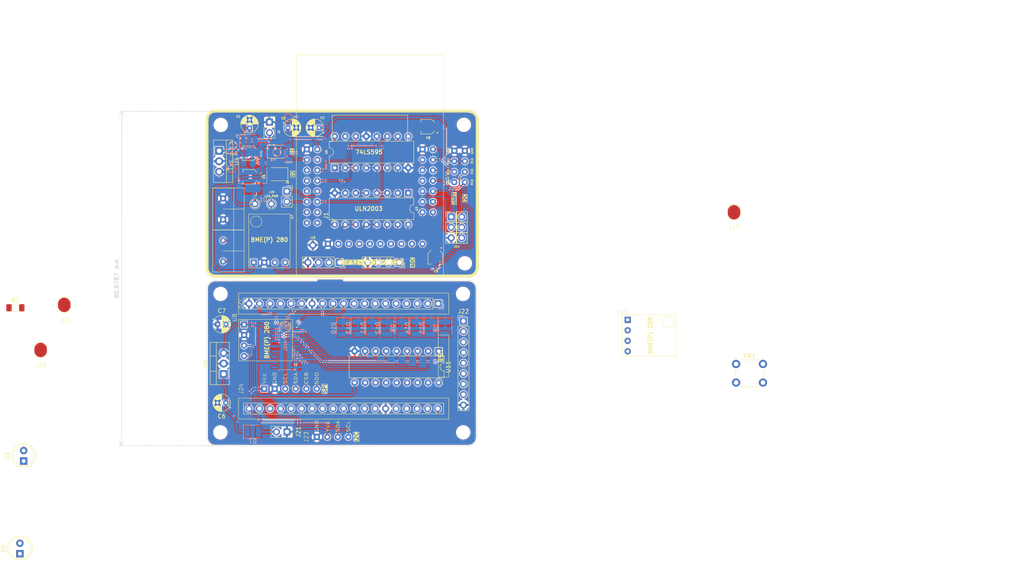
<source format=kicad_pcb>
(kicad_pcb (version 20240108) (generator "pcbnew") (generator_version "8.0")
  (layers (0 "F.Cu" signal) (31 "B.Cu" signal) (34 "B.Paste" user) (35 "F.Paste" user) (36 "B.SilkS" user "B.Silkscreen") (37 "F.SilkS" user "F.Silkscreen") (38 "B.Mask" user) (39 "F.Mask" user) (44 "Edge.Cuts" user))
  (net 0 "")
  (net 1 "GND")
  (net 2 "+3V3")
  (net 3 "+5V")
  (net 4 "/RXD")
  (net 5 "/TXD")
  (net 6 "/SDA")
  (net 7 "/GPIO_33")
  (net 8 "/SCL")
  (net 9 "/OUT3")
  (net 10 "/EN")
  (net 11 "/SOURCE2")
  (net 12 "/SOURCE1")
  (net 13 "/SOURCE3")
  (net 14 "/VDC")
  (net 15 "/DAC1")
  (net 16 "/DAC2")
  (net 17 "/GPIO39")
  (net 18 "/GPIO19")
  (net 19 "/GPIO17")
  (net 20 "/GPIO5")
  (net 21 "/GPIO18")
  (net 22 "/SD_DATA0")
  (net 23 "/ADC2_CH3")
  (net 24 "/SD_DATA3")
  (net 25 "/SD_CMD")
  (net 26 "/SD_CLK")
  (net 27 "/SD_DATA2")
  (net 28 "/SD_DATA1")
  (net 29 "/ADC2_CH0")
  (net 30 "/GPIO23")
  (net 31 "/GPIO36")
  (net 32 "/ADC2_CH2")
  (net 33 "/BOOT")
  (net 34 "/GPIO13")
  (net 35 "/SOURCE4")
  (net 36 "/SOURCE5")
  (net 37 "/SIPO_DATA")
  (net 38 "/SIPO_CLK")
  (net 40 "/SIPO_LATCH")
  (net 41 "/GPIO14")
  (net 43 "/I3")
  (net 44 "/I6")
  (net 45 "/I7")
  (net 46 "/I5")
  (net 47 "/OUT1")
  (net 48 "/VIN")
  (net 49 "/I1")
  (net 52 "Net-(D5-Pad1)")
  (net 53 "Net-(J15-Pin_1)")
  (net 54 "Net-(J19-Pin_1)")
  (net 55 "/OUT2")
  (net 67 "/RX")
  (net 72 "/TX")
  (net 83 "/SCL-2")
  (net 84 "/SDA-2")
  (net 85 "/SIPO_CLK-2")
  (net 87 "/SIPO_DATA-2")
  (net 88 "/SIPO_LATCH-2")
  (net 89 "/QB-2")
  (net 90 "/QC-2")
  (net 91 "/QE-2")
  (net 92 "/QA-2")
  (net 93 "/QD-2")
  (net 94 "/QG-2")
  (net 95 "/QH-2")
  (net 96 "/QF-2")
  (net 97 "/O8")
  (net 98 "/O3")
  (net 99 "/O5")
  (net 100 "/O7")
  (net 101 "/O1")
  (net 102 "/O4")
  (net 103 "/O2")
  (net 104 "/O6")
  (net 105 "/SPI-SDO")
  (net 106 "/SPI-CSB")
  (net 107 "/SPI-SCL")
  (net 108 "/SPI-SDA")
  (net 109 "/D23")
  (net 110 "/D18")
  (footprint "Capacitor_THT:CP_Radial_D4.0mm_P2.00mm" (layer "F.Cu") (at 107 44.2 180)
    (property "Reference" "C2")
    (property "Value" "1uF")
  )
  (footprint "LED_SMD:LED_1210_3225Metric_Pad1.42x2.65mm_HandSolder" (layer "F.Cu") (at 97 55.45 180)
    (property "Reference" "D2")
    (property "Value" "STATUS")
  )
  (footprint "Capacitor_SMD:CP_Elec_3x5.3" (layer "F.Cu") (at 90.3 50.35 180)
    (property "Reference" "C4")
    (property "Value" "0.1uF")
  )
  (footprint "Resistor_SMD:R_1206_3216Metric_Pad1.30x1.75mm_HandSolder" (layer "F.Cu") (at 33.612 87.7585)
    (property "Reference" "R7")
    (property "Value" "4K7")
  )
  (footprint "LED_THT:LED_D5.0mm" (layer "F.Cu") (at 34.7 147.25 90)
    (property "Reference" "D6")
    (property "Value" "LED_STATUS")
  )
  (footprint "Button_Switch_THT:SW_PUSH_6mm" (layer "F.Cu") (at 207.8 101.35)
    (property "Reference" "SW1")
    (property "Value" "SW_Push")
  )
  (footprint "Alexander Footprint Library:Pad_1x01_P2.54_SMD" (layer "F.Cu") (at 39.712 102.098)
    (property "Reference" "J19")
    (property "Value" "LED_PWR")
  )
  (footprint "Alexanddr Footprints Library:ESP32-WROOM-Adapter-Socket-2" (layer "F.Cu") (at 119.3 57.04)
    (property "Reference" "J1")
    (property "Value" "~")
  )
  (footprint "Alexander Footprint Library:Pad_1x01_P2.54_SMD" (layer "F.Cu") (at 45.412 91.198)
    (property "Reference" "J15")
    (property "Value" "LED_PWR")
  )
  (footprint "MountingHole:MountingHole_3mm" (layer "F.Cu") (at 142 43.5)
    (property "Reference" "H1" (hide yes))
    (property "Value" "MountingHole_Pad")
  )
  (footprint "Connector_PinSocket_2.54mm:PinSocket_1x02_P2.54mm_Vertical" (layer "F.Cu") (at 99.25 117.775 -90)
    (property "Reference" "J21")
    (property "Value" "PWR")
  )
  (footprint "MountingHole:MountingHole_3mm" (layer "F.Cu") (at 83.25 43.53)
    (property "Reference" "H2" (hide yes))
    (property "Value" "MountingHole_Pad")
  )
  (footprint "Package_DIP:DIP-16_W7.62mm" (layer "F.Cu") (at 128.58 60 -90)
    (property "Reference" "U3")
    (property "Value" "ULN2003")
  )
  (footprint "Alexander Footprints Library:Conn_Terminal_5mm" (layer "F.Cu") (at 83.82 53.69)
    (property "Reference" "J9" (hide yes))
    (property "Value" "Conn_01x02_Socket")
  )
  (footprint "Alexander Footprint Library:Pad_1x01_P2.54_SMD" (layer "F.Cu") (at 207.3 68.7895)
    (property "Reference" "J17")
    (property "Value" "GND")
  )
  (footprint "MountingHole:MountingHole_3mm" (layer "F.Cu") (at 141.85 117.9)
    (property "Reference" "H4" (hide yes))
    (property "Value" "MountingHole_Pad")
  )
  (footprint "Capacitor_THT:CP_Radial_D4.0mm_P2.00mm" (layer "F.Cu") (at 82.5 91.75)
    (property "Reference" "C7")
    (property "Value" "1uF")
  )
  (footprint "Capacitor_SMD:CP_Elec_3x5.3" (layer "F.Cu") (at 90.4 56.05 180)
    (property "Reference" "C9")
    (property "Value" "0.1uF")
  )
  (footprint "Package_DIP:DIP-16_W7.62mm" (layer "F.Cu") (at 110.8 53.9 90)
    (property "Reference" "U5")
    (property "Value" "74LS595")
  )
  (footprint "Alexander Footprint Library:PinSocket_1x01_P2.54" (layer "F.Cu") (at 91.5 65.19)
    (property "Reference" "J7")
    (property "Value" "LED_PWR")
  )
  (footprint "Connector_PinHeader_2.54mm:PinHeader_1x09_P2.54mm_Vertical" (layer "F.Cu") (at 141.9 90.97)
    (property "Reference" "J22")
    (property "Value" "Conn_01x09_Pin")
  )
  (footprint "Alexander Footprint Library:Conn_SPI" (layer "F.Cu") (at 88.68 107.35 90)
    (property "Reference" "J24")
    (property "Value" "~")
  )
  (footprint "Connector_PinSocket_2.54mm:PinSocket_1x02_P2.54mm_Vertical" (layer "F.Cu") (at 95.025 42.85)
    (property "Reference" "J2")
    (property "Value" "PWR")
  )
  (footprint "Connector_PinSocket_2.54mm:PinSocket_1x04_P2.54mm_Vertical" (layer "F.Cu") (at 111.94 76.8 -90)
    (property "Reference" "J6")
    (property "Value" "SOURCE")
  )
  (footprint "MountingHole:MountingHole_3mm" (layer "F.Cu") (at 83.15 117.9)
    (property "Reference" "H4" (hide yes))
    (property "Value" "MountingHole_Pad")
  )
  (footprint "Connector_PinSocket_2.54mm:PinSocket_1x04_P2.54mm_Vertical" (layer "F.Cu") (at 126.38 76.8 -90)
    (property "Reference" "J10" (hide yes))
    (property "Value" "ADC")
  )
  (footprint "Capacitor_SMD:CP_Elec_3x5.3" (layer "F.Cu") (at 135.1 75.45 -90)
    (property "Reference" "C5")
    (property "Value" "0.1uF")
  )
  (footprint "MountingHole:MountingHole_3mm" (layer "F.Cu") (at 141.8 84.4)
    (property "Reference" "H4" (hide yes))
    (property "Value" "MountingHole_Pad")
  )
  (footprint "Capacitor_THT:CP_Radial_D4.0mm_P2.00mm" (layer "F.Cu") (at 99.5 44.2)
    (property "Reference" "C3")
    (property "Value" "1uF")
  )
  (footprint "Alexander Footprint Library:Conn_ESP32_WROOM-DevKit-38pins" (layer "F.Cu") (at 87.54 86.75 -90)
    (property "Reference" "J20")
    (property "Value" "~")
  )
  (footprint "Capacitor_SMD:CP_Elec_3x5.3" (layer "F.Cu") (at 133.4 43.95 180)
    (property "Reference" "C8")
    (property "Value" "10uF")
  )
  (footprint "Alexander Footprint Library:LD1117" (layer "F.Cu") (at 83.945 103.79 90)
    (property "Reference" "U9")
    (property "Value" "L7805")
  )
  (footprint "Alexander Footprint Library:PinSocket_1x01_P2.54" (layer "F.Cu") (at 95.5 65.19)
    (property "Reference" "J18")
    (property "Value" "LED_PWR")
  )
  (footprint "Alexander Footprint Library:Conn_I2C" (layer "F.Cu") (at 98.84 119 90)
    (property "Reference" "J23")
    (property "Value" "I2C")
  )
  (footprint "Capacitor_THT:CP_Radial_D4.0mm_P2.00mm" (layer "F.Cu") (at 84.4726 110.75 180)
    (property "Reference" "C6")
    (property "Value" "1uF")
  )
  (footprint "Alexander Footprint Library:BME280_BMP280_I2C" (layer "F.Cu") (at 180.3 89.45)
    (property "Reference" "U10")
    (property "Value" "BME(P)280")
  )
  (footprint "MountingHole:MountingHole_3mm" (layer "F.Cu") (at 83.2 84.4)
    (property "Reference" "H4" (hide yes))
    (property "Value" "MountingHole_Pad")
  )
  (footprint "Connector_PinSocket_2.54mm:PinSocket_1x02_P2.54mm_Vertical" (layer "F.Cu") (at 99.225 59.55)
    (property "Reference" "J5")
    (property "Value" "DAC")
  )
  (footprint "Alexander Footprint Library:CONN_2x3" (layer "F.Cu") (at 138.96 60.68)
    (property "Reference" "J14")
    (property "Value" "GPIO")
  )
  (footprint "Alexander Footprints Library:Conn_UART" (layer "F.Cu") (at 139.7 42.15)
    (property "Reference" "J3" (hide yes))
    (property "Value" "UART")
  )
  (footprint "Alexander Footprint Library:PinSocket_1x01_P2.54" (layer "F.Cu") (at 105.5 75.19)
    (property "Reference" "J16")
    (property "Value" "GND")
  )
  (footprint "Capacitor_THT:CP_Radial_D4.0mm_P2.00mm" (layer "F.Cu") (at 90.2 44.3 90)
    (property "Reference" "C1")
    (property "Value" "1uF")
  )
  (footprint "Alexander Footprint Library:BME280_BMP280_I2C" (layer "F.Cu") (at 90 78.1 90)
    (property "Reference" "U7")
    (property "Value" "BME(P)280")
  )
  (footprint "Alexander Footprint Library:LD1117" (layer "F.Cu") (at 82.855 49.77 -90)
    (property "Reference" "U4")
    (property "Value" "L7805")
  )
  (footprint "Alexander Footprints Library:Conn_I2C" (layer "F.Cu") (at 142.24 42.15)
    (property "Reference" "J4" (hide yes))
    (property "Value" "I2C")
  )
  (footprint "LED_THT:LED_D5.0mm" (layer "F.Cu") (at 35.612 124.8335 90)
    (property "Reference" "D5")
    (property "Value" "LED_PWR")
  )
  (footprint "Alexander Footprint Library:BME280_BMP280_I2C" (layer "F.Cu") (at 87.6 90.59)
    (property "Reference" "U8")
    (property "Value" "BME(P)280")
  )
  (footprint "LED_SMD:LED_1210_3225Metric_Pad1.42x2.65mm_HandSolder" (layer "F.Cu") (at 97 50)
    (property "Reference" "D1")
    (property "Value" "PWR")
  )
  (footprint "MountingHole:MountingHole_3mm" (layer "F.Cu") (at 142.25 77)
    (property "Reference" "H4" (hide yes))
    (property "Value" "MountingHole_Pad")
  )
  (footprint "Package_DIP:DIP-18_W7.62mm" (layer "F.Cu") (at 135.92 98.25 -90)
    (property "Reference" "U11")
    (property "Value" "ULN2801A")
  )
  (footprint "Alexander Footprints Library:Conn_Terminal_5mm" (layer "F.Cu") (at 83.82 63.85)
    (property "Reference" "J8" (hide yes))
    (property "Value" "Conn_01x02_Socket")
  )
  (footprint "TestPoint:TestPoint_Pad_D1.5mm" (layer "B.Cu") (at 99.5 41.75 180)
    (property "Reference" "TP4")
    (property "Value" "5V")
  )
  (footprint "LED_SMD:LED_1210_3225Metric_Pad1.42x2.65mm_HandSolder" (layer "B.Cu") (at 127.1 92.65 -90)
    (property "Reference" "D9")
    (property "Value" "PWR")
  )
  (footprint "TestPoint:TestPoint_Pad_D1.5mm" (layer "B.Cu") (at 96.8 50.15 180)
    (property "Reference" "TP3")
    (property "Value" "3V3")
  )
  (footprint "LED_SMD:LED_1210_3225Metric_Pad1.42x2.65mm_HandSolder" (layer "B.Cu") (at 119.9 92.65 -90)
    (property "Reference" "D11")
    (property "Value" "PWR")
  )
  (footprint "Package_SO:SO-16_3.9x9.9mm_P1.27mm" (layer "B.Cu") (at 98.95 97.7 180)
    (property "Reference" "U26")
    (property "Value" "74LS595")
  )
  (footprint "Diode_SMD:D_1210_3225Metric" (layer "B.Cu") (at 91 117.75)
    (property "Reference" "D7")
    (property "Value" "D")
  )
  (footprint "LED_SMD:LED_1210_3225Metric_Pad1.42x2.65mm_HandSolder" (layer "B.Cu") (at 134.1 92.65 -90)
    (property "Reference" "D15")
    (property "Value" "PWR")
  )
  (footprint "Resistor_SMD:R_1206_3216Metric_Pad1.30x1.75mm_HandSolder" (layer "B.Cu") (at 99.7 50.25 -90)
    (property "Reference" "R1")
    (property "Value" "10K")
  )
  (footprint "Diode_SMD:D_1210_3225Metric" (layer "B.Cu") (at 90.1 47.4)
    (property "Reference" "D4")
    (property "Value" "D")
  )
  (footprint "LED_SMD:LED_1210_3225Metric_Pad1.42x2.65mm_HandSolder" (layer "B.Cu") (at 130.6 92.65 -90)
    (property "Reference" "D14")
    (property "Value" "PWR")
  )
  (footprint "TestPoint:TestPoint_Pad_D1.5mm" (layer "B.Cu") (at 86.2 48.45 180)
    (property "Reference" "TP1")
    (property "Value" "VIN")
  )
  (footprint "LED_SMD:LED_1210_3225Metric_Pad1.42x2.65mm_HandSolder" (layer "B.Cu") (at 123.5 92.65 -90)
    (property "Reference" "D12")
    (property "Value" "PWR")
  )
  (footprint "TestPoint:TestPoint_Pad_D1.5mm" (layer "B.Cu") (at 85.9 54.15 180)
    (property "Reference" "TP2")
    (property "Value" "GND")
  )
  (footprint "LED_SMD:LED_1210_3225Metric_Pad1.42x2.65mm_HandSolder" (layer "B.Cu") (at 116.4 92.65 -90)
    (property "Reference" "D13")
    (property "Value" "PWR")
  )
  (footprint "LED_SMD:LED_1210_3225Metric_Pad1.42x2.65mm_HandSolder" (layer "B.Cu") (at 112.8 92.65 -90)
    (property "Reference" "D10")
    (property "Value" "PWR")
  )
  (footprint "Package_TO_SOT_SMD:SOT-223-3_TabPin2" (layer "B.Cu") (at 91 55.75 -90)
    (property "Reference" "U1")
    (property "Value" "MAX1726EUK33")
  )
  (footprint "LED_SMD:LED_1210_3225Metric_Pad1.42x2.65mm_HandSolder" (layer "B.Cu") (at 137.5 92.65 -90)
    (property "Reference" "D8")
    (property "Value" "PWR")
  )
  (gr_line (start 145.25 42.11421) (end 145.25 78.085782) (stroke (width 0.75)) (layer "F.SilkS"))
  (gr_line (start 81.914218 40.164218) (end 143.08579 40.164218) (stroke (width 0.75)) (layer "F.SilkS"))
  (gr_arc (start 145.25 78.085782) (mid 144.66422 79.500007) (end 143.25 80.085782) (stroke (width 0.75)) (layer "F.SilkS"))
  (gr_line (start 79.914218 42.11421) (end 79.914218 78.085782) (stroke (width 0.75)) (layer "F.SilkS"))
  (gr_arc (start 81.914218 80.085782) (mid 80.499999 79.500001) (end 79.914218 78.085782) (stroke (width 0.75)) (layer "F.SilkS"))
  (gr_arc (start 143.25 40.25) (mid 144.664214 40.835786) (end 145.25 42.25) (stroke (width 0.75)) (layer "F.SilkS"))
  (gr_arc (start 79.914218 42.164218) (mid 80.499999 40.749999) (end 81.914218 40.164218) (stroke (width 0.75)) (layer "F.SilkS"))
  (gr_line (start 81.914214 80.085782) (end 143.085786 80.085782) (stroke (width 0.75)) (layer "F.SilkS"))
  (gr_line (start 82.014214 80.235786) (end 106.4 80.25) (stroke (width 0.1)) (layer "Edge.Cuts"))
  (gr_line (start 80 42.25) (end 80.014214 78.235786) (stroke (width 0.1)) (layer "Edge.Cuts"))
  (gr_arc (start 79.921321 83.157107) (mid 80.507106 81.742896) (end 81.921321 81.157107) (stroke (width 0.1)) (layer "Edge.Cuts"))
  (gr_line (start 81.921321 121.128679) (end 143.107107 121.142893) (stroke (width 0.1)) (layer "Edge.Cuts"))
  (gr_arc (start 81.921321 121.128679) (mid 80.507101 120.542899) (end 79.921321 119.128679) (stroke (width 0.1)) (layer "Edge.Cuts"))
  (gr_line (start 143.092893 81.157107) (end 113 81.15) (stroke (width 0.1)) (layer "Edge.Cuts"))
  (gr_arc (start 145.107107 119.142893) (mid 144.521321 120.557107) (end 143.107107 121.142893) (stroke (width 0.1)) (layer "Edge.Cuts"))
  (gr_line (start 106.4 81.15) (end 81.921321 81.157107) (stroke (width 0.1)) (layer "Edge.Cuts"))
  (gr_arc (start 143.185786 40.264214) (mid 144.600004 40.849996) (end 145.185786 42.264214) (stroke (width 0.1)) (layer "Edge.Cuts"))
  (gr_line (start 113 80.25) (end 143.185786 80.235786) (stroke (width 0.1)) (layer "Edge.Cuts"))
  (gr_arc (start 82.014214 80.235786) (mid 80.599996 79.650004) (end 80.014214 78.235786) (stroke (width 0.1)) (layer "Edge.Cuts"))
  (gr_line (start 145.185786 42.264214) (end 145.185786 78.235786) (stroke (width 0.1)) (layer "Edge.Cuts"))
  (gr_arc (start 80 42.25) (mid 80.585786 40.835786) (end 82 40.25) (stroke (width 0.1)) (layer "Edge.Cuts"))
  (gr_line (start 145.107107 119.142893) (end 145.092893 83.157107) (stroke (width 0.1)) (layer "Edge.Cuts"))
  (gr_line (start 79.921321 119.128679) (end 79.921321 83.157107) (stroke (width 0.1)) (layer "Edge.Cuts"))
  (gr_line (start 106.4 81.15) (end 106.4 80.25) (stroke (width 0.1)) (layer "Edge.Cuts"))
  (gr_arc (start 145.185786 78.235786) (mid 144.600004 79.650004) (end 143.185786 80.235786) (stroke (width 0.1)) (layer "Edge.Cuts"))
  (gr_arc (start 143.092893 81.157107) (mid 144.507112 81.742888) (end 145.092893 83.157107) (stroke (width 0.1)) (layer "Edge.Cuts"))
  (gr_line (start 113 81.15) (end 113 80.25) (stroke (width 0.1)) (layer "Edge.Cuts"))
  (gr_line (start 143.185786 40.264214) (end 82 40.25) (stroke (width 0.1)) (layer "Edge.Cuts"))
  (gr_text "ADC" (at 130.1 78.05 90) (layer "F.SilkS" knockout) (effects (font (size 0.8 0.8) (thickness 0.2) (bold yes)) (justify left bottom)))
  (gr_text "74LS595" (at 119.057143 50.1 0) (layer "F.SilkS") (effects (font (size 1 1) (thickness 0.2) (bold yes))))
  (gr_text "ULN2003" (at 115.5 64.374 0) (layer "F.SilkS") (effects (font (size 1 1) (thickness 0.2) (bold yes)) (justify left bottom)))
  (dimension (type aligned) (layer "Edge.Cuts") (pts (xy 81.921321 121.128679) (xy 82 40.25)) (height -22.6907) (gr_text "80.8787 mm" (at 58.119973 80.666146 89.94426182) (layer "Edge.Cuts") (effects (font (size 1 1) (thickness 0.15)))) (format (prefix "") (suffix "") (units 3) (units_format 1) (precision 4)) (style (thickness 0.1) (arrow_length 1.27) (text_position_mode 0) (extension_height 0.58642) (extension_offset 0.5) keep_text_aligned))
  (segment (start 84.21 66) (end 83.82 66.39) (width 0.5) (layer "F.Cu") (net 1))
  (segment (start 91.5 59.65) (end 91.9 59.25) (width 0.5) (layer "F.Cu") (net 2))
  (segment (start 90.08 108.57) (end 90.08 112.15) (width 0.5) (layer "F.Cu") (net 2))
  (segment (start 139.7 52.31) (end 138.56 52.31) (width 0.25) (layer "F.Cu") (net 2))
  (segment (start 91.3 107.35) (end 90.08 108.57) (width 0.5) (layer "F.Cu") (net 2))
  (segment (start 91.9 59.25) (end 91.9 56.05) (width 0.5) (layer "F.Cu") (net 2))
  (segment (start 137.2 43.95) (end 134.9 43.95) (width 0.25) (layer "F.Cu") (net 2))
  (segment (start 138.56 52.31) (end 137.6 51.35) (width 0.25) (layer "F.Cu") (net 2))
  (segment (start 93.76 107.35) (end 91.3 107.35) (width 0.5) (layer "F.Cu") (net 2))
  (segment (start 91.5 62.62) (end 91.5 59.65) (width 0.5) (layer "F.Cu") (net 2))
  (segment (start 137.6 51.35) (end 137.6 44.35) (width 0.25) (layer "F.Cu") (net 2))
  (segment (start 137.6 44.35) (end 137.2 43.95) (width 0.25) (layer "F.Cu") (net 2))
  (segment (start 96.075 48.7) (end 97.525 48.7) (width 0.5) (layer "B.Cu") (net 2))
  (segment (start 109.408578 44.2) (end 107 44.2) (width 0.5) (layer "B.Cu") (net 2))
  (segment (start 93.21 115.25) (end 101 115.25) (width 0.5) (layer "B.Cu") (net 2))
  (segment (start 81.3 75.997918) (end 81.3 59.75104) (width 0.5) (layer "B.Cu") (net 2))
  (segment (start 93.3 54.905025) (end 93.3 52.6) (width 0.5) (layer "B.Cu") (net 2))
  (segment (start 100 48.7) (end 100 48.03033) (width 0.5) (layer "B.Cu") (net 2))
  (segment (start 139.13 52.31) (end 139.7 52.31) (width 0.5) (layer "B.Cu") (net 2))
  (segment (start 138.156949 51.906949) (end 138.03 51.78) (width 0.5) (layer "B.Cu") (net 2))
  (segment (start 109 117.5) (end 109 119) (width 0.5) (layer "B.Cu") (net 2))
  (segment (start 106.6 48.627817) (end 106.6 49.299791) (width 0.5) (layer "B.Cu") (net 2))
  (segment (start 84.202081 78.9) (end 89.990883 78.9) (width 0.5) (layer "B.Cu") (net 2))
  (segment (start 109.75 45) (end 109.75 44.141421) (width 0.5) (layer "B.Cu") (net 2))
  (segment (start 109.75 43.858578) (end 109.75 44.141421) (width 0.5) (layer "B.Cu") (net 2))
  (segment (start 104.722182 46.75) (end 106.277817 46.75) (width 0.5) (layer "B.Cu") (net 2))
  (segment (start 139.7 52.31) (end 142.24 52.31) (width 0.5) (layer "B.Cu") (net 2))
  (segment (start 137.5 50.500466) (end 137.5 43.883883) (width 0.5) (layer "B.Cu") (net 2))
  (segment (start 88.207106 62.75) (end 91.5 62.75) (width 0.5) (layer "B.Cu") (net 2))
  (segment (start 86.5 61.042893) (end 86.5 57.5) (width 0.5) (layer "B.Cu") (net 2))
  (segment (start 106.277817 46.75) (end 108 46.75) (width 0.5) (layer "B.Cu") (net 2))
  (segment (start 101 115.25) (end 102.5 116.75) (width 0.5) (layer "B.Cu") (net 2))
  (segment (start 91.22 77.670883) (end 91.22 76.8) (width 0.5) (layer "B.Cu") (net 2))
  (segment (start 89.455634 56.1) (end 92.105025 56.1) (width 0.5) (layer "B.Cu") (net 2))
  (segment (start 96.075 48.7) (end 95.177817 48.7) (width 0.5) (layer "B.Cu") (net 2))
  (segment (start 90.11 112.15) (end 93.21 115.25) (width 0.5) (layer "B.Cu") (net 2))
  (segment (start 108.25 116.75) (end 109 117.5) (width 0.5) (layer "B.Cu") (net 2))
  (segment (start 104.722182 46.75) (end 101.28033 46.75) (width 0.5) (layer "B.Cu") (net 2))
  (segment (start 108 46.75) (end 109.75 45) (width 0.5) (layer "B.Cu") (net 2))
  (segment (start 96.8 49.425) (end 96.8 50.15) (width 0.25) (layer "B.Cu") (net 2))
  (segment (start 109.75 43.625) (end 109.75 43.858578) (width 0.5) (layer "B.Cu") (net 2))
  (segment (start 110.015165 42.984834) (end 110.5 42.5) (width 0.5) (layer "B.Cu") (net 2))
  (segment (start 93.3 52.6) (end 93.3 50.577817) (width 0.5) (layer "B.Cu") (net 2))
  (segment (start 82.75104 58.3) (end 84.144365 58.3) (width 0.5) (layer "B.Cu") (net 2))
  (segment (start 106.685 49.335) (end 106.77 49.25) (width 0.5) (layer "B.Cu") (net 2))
  (segment (start 102.5 116.75) (end 108.25 116.75) (width 0.5) (layer "B.Cu") (net 2))
  (segment (start 112.31066 41.75) (end 135.366116 41.75) (width 0.5) (layer "B.Cu") (net 2))
  (segment (start 100 48.7) (end 97.525 48.7) (width 0.5) (layer "B.Cu") (net 2))
  (arc (start 136.875 42.375) (mid 137.337567 43.067281) (end 137.5 43.883883) (width 0.5) (layer "B.Cu") (net 2))
  (arc (start 137.5 50.500466) (mid 137.637742 51.192944) (end 138.03 51.78) (width 0.5) (layer "B.Cu") (net 2))
  (arc (start 93.3 54.905025) (mid 93.209037 55.362322) (end 92.95 55.75) (width 0.5) (layer "B.Cu") (net 2))
  (arc (start 86.8 57.2) (mid 85.581584 58.014119) (end 84.144365 58.3) (width 0.5) (layer "B.Cu") (net 2))
  (arc (start 106.6 49.299791) (mid 106.630737 49.345793) (end 106.685 49.335) (width 0.5) (layer "B.Cu") (net 2))
  (arc (start 89.455634 56.1) (mid 88.018415 56.38588) (end 86.8 57.2) (width 0.5) (layer "B.Cu") (net 2))
  (arc (start 86.5 61.042893) (mid 86.629945 61.696174) (end 87 62.25) (width 0.5) (layer "B.Cu") (net 2))
  (arc (start 82.75104 58.3) (mid 82.195751 58.410453) (end 81.725 58.725) (width 0.5) (layer "B.Cu") (net 2))
  (arc (start 92.95 55.75) (mid 92.562322 56.009037) (end 92.105025 56.1) (width 0.5) (layer "B.Cu") (net 2))
  (arc (start 95.177817 48.7) (mid 94.459207 48.84294) (end 93.85 49.25) (width 0.5) (layer "B.Cu") (net 2))
  (arc (start 96.8 49.425) (mid 96.587652 48.912347) (end 96.075 48.7) (width 0.25) (layer "B.Cu") (net 2))
  (arc (start 82.15 78.05) (mid 83.091502 78.679092) (end 84.202081 78.9) (width 0.5) (layer "B.Cu") (net 2))
  (arc (start 110.015165 42.984834) (mid 109.818914 43.278544) (end 109.75 43.625) (width 0.5) (layer "B.Cu") (net 2))
  (arc (start 109.75 44.141421) (mid 109.713838 44.087301) (end 109.65 44.1) (width 0.5) (layer "B.Cu") (net 2))
  (arc (start 136.875 42.375) (mid 136.182718 41.912432) (end 135.366116 41.75) (width 0.5) (layer "B.Cu") (net 2))
  (arc (start 93.85 49.25) (mid 93.44294 49.859207) (end 93.3 50.577817) (width 0.5) (layer "B.Cu") (net 2))
  (arc (start 90.86 78.54) (mid 90.461245 78.806439) (end 89.990883 78.9) (width 0.5) (layer "B.Cu") (net 2))
  (arc (start 109.65 44.1) (mid 109.539234 44.17401) (end 109.408578 44.2) (width 0.5) (layer "B.Cu") (net 2))
  (arc (start 87 62.25) (mid 87.553825 62.620054) (end 88.207106 62.75) (width 0.5) (layer "B.Cu") (net 2))
  (arc (start 81.725 58.725) (mid 81.410453 59.195751) (end 81.3 59.75104) (width 0.5) (layer "B.Cu") (net 2))
  (arc (start 106.05 47.3) (mid 105.440792 46.89294) (end 104.722182 46.75) (width 0.5) (layer "B.Cu") (net 2))
  (arc (start 138.156949 51.906949) (mid 138.603388 52.20525) (end 139.13 52.31) (width 0.5) (layer "B.Cu") (net 2))
  (arc (start 101.28033 46.75) (mid 100.790368 46.847459) (end 100.375 47.125) (width 0.5) (layer "B.Cu") (net 2))
  (arc (start 106.05 47.3) (mid 106.457059 47.909207) (end 106.6 48.627817) (width 0.5) (layer "B.Cu") (net 2))
  (arc (start 106.277817 46.75) (mid 105.980159 46.948888) (end 106.05 47.3) (width 0.5) (layer "B.Cu") (net 2))
  (arc (start 91.22 77.670883) (mid 91.126439 78.141245) (end 90.86 78.54) (width 0.5) (layer "B.Cu") (net 2))
  (arc (start 109.65 44.1) (mid 109.72401 43.989234) (end 109.75 43.858578) (width 0.5) (layer "B.Cu") (net 2))
  (arc (start 112.31066 41.75) (mid 111.330737 41.944918) (end 110.5 42.5) (width 0.5) (layer "B.Cu") (net 2))
  (arc (start 100.375 47.125) (mid 100.097459 47.540368) (end 100 48.03033) (width 0.5) (layer "B.Cu") (net 2))
  (arc (start 81.3 75.997918) (mid 81.520907 77.108496) (end 82.15 78.05) (width 0.5) (layer "B.Cu") (net 2))
  (segment (start 99.5 45.693413) (end 99.5 44.2) (width 0.5) (layer "F.Cu") (net 3))
  (segment (start 87.75 115.25) (end 135.25 115.25) (width 0.5) (layer "F.Cu") (net 3))
  (segment (start 98.6375 46.9625) (end 99.2125 46.3875) (width 0.5) (layer "F.Cu") (net 3))
  (segment (start 83.945 98.71) (end 86.21 98.71) (width 0.5) (layer "F.Cu") (net 3))
  (segment (start 86.75 99.25) (end 86.75 100) (width 0.5) (layer "F.Cu") (net 3))
  (segment (start 126.04 46.28) (end 126.04 48.251906) (width 0.5) (layer "F.Cu") (net 3))
  (segment (start 108.3 49.803553) (end 108.3 65.537329) (width 0.5) (layer "F.Cu") (net 3))
  (segment (start 108.3 49.803553) (end 108.3 49.096446) (width 0.5) (layer "F.Cu") (net 3))
  (segment (start 135.81 114.69) (end 135.81 112.15) (width 0.5) (layer "F.Cu") (net 3))
  (segment (start 110.8 46.28) (end 110.8 48.15) (width 0.5) (layer "F.Cu") (net 3))
  (segment (start 86.75 114.25) (end 87.75 115.25) (width 0.5) (layer "F.Cu") (net 3))
  (segment (start 86.75 100) (end 86.75 114.25) (width 0.5) (layer "F.Cu") (net 3))
  (segment (start 110.8 48.15) (end 110 48.95) (width 0.5) (layer "F.Cu") (net 3))
  (segment (start 88.1 47.25) (end 97.943413 47.25) (width 0.5) (layer "F.Cu") (net 3))
  (segment (start 84.9 54.85) (end 85.4 54.35) (width 0.5) (layer "F.Cu") (net 3))
  (segment (start 126.04 48.251906) (end 125.341906 48.95) (width 0.5) (layer "F.Cu") (net 3))
  (segment (start 85.4 54.35) (end 85.4 49.95) (width 0.5) (layer "F.Cu") (net 3))
  (segment (start 107.608621 46.675) (end 99.331586 46.675) (width 0.5) (layer "F.Cu") (net 3))
  (segment (start 110 48.95) (end 109.153553 48.95) (width 0.5) (layer "F.Cu") (net 3))
  (segment (start 86.21 98.71) (end 86.75 99.25) (width 0.5) (layer "F.Cu") (net 3))
  (segment (start 108.3 49.096446) (end 108.3 47.366378) (width 0.5) (layer "F.Cu") (net 3))
  (segment (start 109.104574 67.204574) (end 108.91 67.01) (width 0.5) (layer "F.Cu") (net 3))
  (segment (start 110.8 46.355) (end 110.725 46.28) (width 0.5) (layer "F.Cu") (net 3))
  (segment (start 135.25 115.25) (end 135.81 114.69) (width 0.5) (layer "F.Cu") (net 3))
  (segment (start 110.1075 67.62) (end 110.695 67.62) (width 0.5) (layer "F.Cu") (net 3))
  (segment (start 82.855 54.85) (end 84.9 54.85) (width 0.5) (layer "F.Cu") (net 3))
  (segment (start 85.4 49.95) (end 88.1 47.25) (width 0.5) (layer "F.Cu") (net 3))
  (segment (start 125.341906 48.95) (end 110 48.95) (width 0.5) (layer "F.Cu") (net 3))
  (arc (start 108.0975 46.8775) (mid 108.247371 47.101799) (end 108.3 47.366378) (width 0.5) (layer "F.Cu") (net 3))
  (arc (start 108.3 65.537329) (mid 108.458533 66.334332) (end 108.91 67.01) (width 0.5) (layer "F.Cu") (net 3))
  (arc (start 97.943413 47.25) (mid 98.31905 47.175281) (end 98.6375 46.9625) (width 0.5) (layer "F.Cu") (net 3))
  (arc (start 99.2125 46.3875) (mid 99.175992 46.571035) (end 99.331586 46.675) (width 0.5) (layer "F.Cu") (net 3))
  (arc (start 108.0975 46.8775) (mid 107.8732 46.727628) (end 107.608621 46.675) (width 0.5) (layer "F.Cu") (net 3))
  (arc (start 109.104574 67.204574) (mid 109.56472 67.512034) (end 110.1075 67.62) (width 0.5) (layer "F.Cu") (net 3))
  (arc (start 108.55 49.2) (mid 108.364972 49.476912) (end 108.3 49.803553) (width 0.5) (layer "F.Cu") (net 3))
  (arc (start 108.3 49.096446) (mid 108.390403 49.231745) (end 108.55 49.2) (width 0.5) (layer "F.Cu") (net 3))
  (arc (start 99.331586 46.675) (mid 98.955949 46.749718) (end 98.6375 46.9625) (width 0.5) (layer "F.Cu") (net 3))
  (arc (start 109.153553 48.95) (mid 108.826912 49.014972) (end 108.55 49.2) (width 0.5) (layer "F.Cu") (net 3))
  (arc (start 99.5 45.693413) (mid 99.425281 46.06905) (end 99.2125 46.3875) (width 0.5) (layer "F.Cu") (net 3))
  (segment (start 83.945 97.305) (end 84.5 96.75) (width 0.5) (layer "B.Cu") (net 3))
  (segment (start 84.5 94.05) (end 84.5 91.75) (width 0.5) (layer "B.Cu") (net 3))
  (segment (start 88.9 91.81) (end 86.74 91.81) (width 0.5) (layer "B.Cu") (net 3))
  (segment (start 115.6 108.15) (end 115.6 105.87) (width 0.5) (layer "B.Cu") (net 3))
  (segment (start 83.945 98.71) (end 83.945 97.305) (width 0.5) (layer "B.Cu") (net 3))
  (segment (start 92 108.15) (end 92.8 108.95) (width 0.5) (layer "B.Cu") (net 3))
  (segment (start 96.375 100.875) (end 92.575 100.875) (width 0.5) (layer "B.Cu") (net 3))
  (segment (start 92.96 91.81) (end 91.25 91.81) (width 0.5) (layer "B.Cu") (net 3))
  (segment (start 86.74 91.81) (end 84.5 94.05) (width 0.5) (layer "B.Cu") (net 3))
  (segment (start 92 92.56) (end 91.25 91.81) (width 0.5) (layer "B.Cu") (net 3))
  (segment (start 92.8 108.95) (end 114.8 108.95) (width 0.5) (layer "B.Cu") (net 3))
  (segment (start 94.405 93.255) (end 92.96 91.81) (width 0.5) (layer "B.Cu") (net 3))
  (segment (start 92 100.3) (end 92 108.15) (width 0.5) (layer "B.Cu") (net 3))
  (segment (start 91.25 91.81) (end 88.9 91.81) (width 0.5) (layer "B.Cu") (net 3))
  (segment (start 92 100.3) (end 92 92.56) (width 0.5) (layer "B.Cu") (net 3))
  (segment (start 84.5 96.75) (end 84.5 94.05) (width 0.5) (layer "B.Cu") (net 3))
  (segment (start 114.8 108.95) (end 115.6 108.15) (width 0.5) (layer "B.Cu") (net 3))
  (segment (start 92.575 100.875) (end 92 100.3) (width 0.5) (layer "B.Cu") (net 3))
  (segment (start 99.5 42.25) (end 99.5 44.2) (width 0.25) (layer "B.Cu") (net 3))
  (segment (start 96.375 93.255) (end 94.405 93.255) (width 0.5) (layer "B.Cu") (net 3))
  (segment (start 139.7 57.35) (end 139.7 57.39) (width 0.25) (layer "F.Cu") (net 4))
  (segment (start 133.25 53.25) (end 135.6 53.25) (width 0.25) (layer "F.Cu") (net 4))
  (segment (start 135.6 53.25) (end 139.7 57.35) (width 0.25) (layer "F.Cu") (net 4))
  (segment (start 132 54.5) (end 133.25 53.25) (width 0.25) (layer "F.Cu") (net 4))
  (segment (start 140.3 57.45) (end 139.3 57.45) (width 0.25) (layer "F.Cu") (net 4))
  (segment (start 136.61 51.96) (end 134.54 51.96) (width 0.25) (layer "F.Cu") (net 5))
  (segment (start 134.74 51.79) (end 134.62 51.91) (width 0.25) (layer "F.Cu") (net 5))
  (segment (start 139.5 54.85) (end 136.61 51.96) (width 0.25) (layer "F.Cu") (net 5))
  (segment (start 139.7 54.85) (end 139.5 54.85) (width 0.25) (layer "F.Cu") (net 5))
  (segment (start 138.59 58.55) (end 140.4 58.55) (width 0.25) (layer "F.Cu") (net 6))
  (segment (start 136.213604 54.5) (end 138 56.286396) (width 0.25) (layer "F.Cu") (net 6))
  (segment (start 138 57.96) (end 138.59 58.55) (width 0.25) (layer "F.Cu") (net 6))
  (segment (start 140.9 56.19) (end 142.24 54.85) (width 0.25) (layer "F.Cu") (net 6))
  (segment (start 140.9 58.05) (end 140.9 56.19) (width 0.25) (layer "F.Cu") (net 6))
  (segment (start 134.54 54.5) (end 136.213604 54.5) (width 0.25) (layer "F.Cu") (net 6))
  (segment (start 138 56.286396) (end 138 57.96) (width 0.25) (layer "F.Cu") (net 6))
  (segment (start 142.24 54.85) (end 142.24 55.51) (width 0.25) (layer "F.Cu") (net 6))
  (segment (start 140.4 58.55) (end 140.9 58.05) (width 0.25) (layer "F.Cu") (net 6))
  (segment (start 141.79 58.74) (end 141 57.95) (width 0.25) (layer "B.Cu") (net 6))
  (segment (start 140.418198 72.781802) (end 143.281802 72.781802) (width 0.25) (layer "B.Cu") (net 6))
  (segment (start 98.84 76.8) (end 98.84 78.09) (width 0.25) (layer "B.Cu") (net 6))
  (segment (start 143.55 64.45) (end 141.79 62.69) (width 0.25) (layer "B.Cu") (net 6))
  (segment (start 134.55 78.65) (end 140.418198 72.781802) (width 0.25) (layer "B.Cu") (net 6))
  (segment (start 141.79 62.69) (end 141.79 58.74) (width 0.25) (layer "B.Cu") (net 6))
  (segment (start 141 56.09) (end 142.24 54.85) (width 0.25) (layer "B.Cu") (net 6))
  (segment (start 98.84 78.09) (end 99.4 78.65) (width 0.25) (layer "B.Cu") (net 6))
  (segment (start 99.4 78.65) (end 134.55 78.65) (width 0.25) (layer "B.Cu") (net 6))
  (segment (start 143.281802 72.781802) (end 143.55 72.513604) (width 0.25) (layer "B.Cu") (net 6))
  (segment (start 143.55 72.513604) (end 143.55 64.45) (width 0.25) (layer "B.Cu") (net 6))
  (segment (start 141 57.95) (end 141 56.09) (width 0.25) (layer "B.Cu") (net 6))
  (segment (start 103.97 59.53) (end 104.14 59.53) (width 0.25) (layer "F.Cu") (net 7))
  (segment (start 137.55 58.146396) (end 138.403604 59) (width 0.25) (layer "F.Cu") (net 8))
  (segment (start 131.5 55.75) (end 136.75 55.75) (width 0.25) (layer "F.Cu") (net 8))
  (segment (start 140.63 59) (end 142.24 57.39) (width 0.25) (layer "F.Cu") (net 8))
  (segment (start 136.75 55.75) (end 137.55 56.55) (width 0.25) (layer "F.Cu") (net 8))
  (segment (start 137.55 56.55) (end 137.55 58.146396) (width 0.25) (layer "F.Cu") (net 8))
  (segment (start 130.745 54.995) (end 131.5 55.75) (width 0.25) (layer "F.Cu") (net 8))
  (segment (start 130.745 53.245) (end 130.745 54.995) (width 0.25) (layer "F.Cu") (net 8))
  (segment (start 132.08 51.91) (end 130.745 53.245) (width 0.25) (layer "F.Cu") (net 8))
  (segment (start 138.403604 59) (end 140.63 59) (width 0.25) (layer "F.Cu") (net 8))
  (segment (start 143.4 73.3) (end 144 72.7) (width 0.25) (layer "B.Cu") (net 8))
  (segment (start 96.95 79.1) (end 134.8 79.1) (width 0.25) (layer "B.Cu") (net 8))
  (segment (start 96.3 76.8) (end 96.3 78.45) (width 0.25) (layer "B.Cu") (net 8))
  (segment (start 144 72.7) (end 144 64.263604) (width 0.25) (layer "B.Cu") (net 8))
  (segment (start 142.24 62.503604) (end 142.24 57.39) (width 0.25) (layer "B.Cu") (net 8))
  (segment (start 96.3 78.45) (end 96.95 79.1) (width 0.25) (layer "B.Cu") (net 8))
  (segment (start 134.8 79.1) (end 140.6 73.3) (width 0.25) (layer "B.Cu") (net 8))
  (segment (start 144 64.263604) (end 142.24 62.503604) (width 0.25) (layer "B.Cu") (net 8))
  (segment (start 140.6 73.3) (end 143.4 73.3) (width 0.25) (layer "B.Cu") (net 8))
  (segment (start 103.27 52.75) (end 104.06 51.96) (width 0.25) (layer "F.Cu") (net 10))
  (segment (start 91.8 52.25) (end 92.3 52.75) (width 0.25) (layer "F.Cu") (net 10))
  (segment (start 92.3 52.75) (end 103.27 52.75) (width 0.25) (layer "F.Cu") (net 10))
  (segment (start 103.72 52.3) (end 104.06 51.96) (width 0.25) (layer "F.Cu") (net 10))
  (segment (start 91.8 50.35) (end 91.8 52.25) (width 0.25) (layer "F.Cu") (net 10))
  (segment (start 100 51.8) (end 103.9 51.8) (width 0.25) (layer "B.Cu") (net 10))
  (segment (start 103.9 51.8) (end 104.06 51.96) (width 0.25) (layer "B.Cu") (net 10))
  (segment (start 113.235 67.62) (end 115.775 67.62) (width 0.5) (layer "F.Cu") (net 11))
  (segment (start 99 73.1) (end 102.7 69.4) (width 0.5) (layer "F.Cu") (net 11))
  (segment (start 86.37 71.47) (end 88 73.1) (width 0.5) (layer "F.Cu") (net 11))
  (segment (start 102.7 69.4) (end 111.455 69.4) (width 0.5) (layer "F.Cu") (net 11))
  (segment (start 88 73.1) (end 99 73.1) (width 0.5) (layer "F.Cu") (net 11))
  (segment (start 83.82 71.47) (end 86.37 71.47) (width 0.5) (layer "F.Cu") (net 11))
  (segment (start 111.455 69.4) (end 113.235 67.62) (width 0.5) (layer "F.Cu") (net 11))
  (segment (start 86.275 76.55) (end 88.075 74.75) (width 0.5) (layer "F.Cu") (net 12))
  (segment (start 104.4 70.1) (end 115.835 70.1) (width 0.5) (layer "F.Cu") (net 12))
  (segment (start 99.75 74.75) (end 104.4 70.1) (width 0.5) (layer "F.Cu") (net 12))
  (segment (start 118.315 67.62) (end 120.855 67.62) (width 0.5) (layer "F.Cu") (net 12))
  (segment (start 83.82 76.55) (end 86.275 76.55) (width 0.5) (layer "F.Cu") (net 12))
  (segment (start 115.835 70.1) (end 118.315 67.62) (width 0.5) (layer "F.Cu") (net 12))
  (segment (start 88.075 74.75) (end 99.75 74.75) (width 0.5) (layer "F.Cu") (net 12))
  (segment (start 128.475 67.62) (end 128.475 68.825) (width 0.25) (layer "F.Cu") (net 13))
  (segment (start 125.7 72.8) (end 124.55 73.95) (width 0.25) (layer "F.Cu") (net 13))
  (segment (start 111.94 75.26) (end 111.94 76.8) (width 0.25) (layer "F.Cu") (net 13))
  (segment (start 124.55 73.95) (end 118.622792 73.95) (width 0.25) (layer "F.Cu") (net 13))
  (segment (start 128.475 68.825) (end 125.7 71.6) (width 0.25) (layer "F.Cu") (net 13))
  (segment (start 125.7 71.6) (end 125.7 72.8) (width 0.25) (layer "F.Cu") (net 13))
  (segment (start 117.872792 74.7) (end 112.5 74.7) (width 0.25) (layer "F.Cu") (net 13))
  (segment (start 112.5 74.7) (end 111.94 75.26) (width 0.25) (layer "F.Cu") (net 13))
  (segment (start 118.622792 73.95) (end 117.872792 74.7) (width 0.25) (layer "F.Cu") (net 13))
  (segment (start 96.71 117.775) (end 92.425 117.775) (width 0.5) (layer "B.Cu") (net 14))
  (segment (start 92.425 117.775) (end 92.4 117.75) (width 0.5) (layer "B.Cu") (net 14))
  (segment (start 95.025 46.674479) (end 95.025 45.39) (width 0.5) (layer "B.Cu") (net 14))
  (segment (start 94.299479 47.4) (end 91.5 47.4) (width 0.5) (layer "B.Cu") (net 14))
  (arc (start 95.025 46.674479) (mid 94.969773 46.952124) (end 94.8125 47.1875) (width 0.5) (layer "B.Cu") (net 14))
  (arc (start 94.8125 47.1875) (mid 94.577124 47.344773) (end 94.299479 47.4) (width 0.5) (layer "B.Cu") (net 14))
  (segment (start 105.38 60.8) (end 106.6 59.58) (width 0.25) (layer "B.Cu") (net 15))
  (segment (start 99.225 59.55) (end 101.8 59.55) (width 0.25) (layer "B.Cu") (net 15))
  (segment (start 103.05 60.8) (end 105.38 60.8) (width 0.25) (layer "B.Cu") (net 15))
  (segment (start 101.8 59.55) (end 103.05 60.8) (width 0.25) (layer "B.Cu") (net 15))
  (segment (start 99.225 62.09) (end 100.97 62.09) (width 0.25) (layer "B.Cu") (net 16))
  (segment (start 100.97 62.09) (end 101 62.12) (width 0.25) (layer "B.Cu") (net 16))
  (segment (start 104.03 62.09) (end 104.06 62.12) (width 0.25) (layer "B.Cu") (net 16))
  (segment (start 104.06 62.12) (end 101 62.12) (width 0.25) (layer "B.Cu") (net 16))
  (segment (start 141.5 68.3) (end 140.2 67) (width 0.25) (layer "B.Cu") (net 18))
  (segment (start 136.69 56.99) (end 134.62 56.99) (width 0.25) (layer "B.Cu") (net 18))
  (segment (start 140.2 60.5) (end 136.69 56.99) (width 0.25) (layer "B.Cu") (net 18))
  (segment (start 140.2 67) (end 140.2 60.5) (width 0.25) (layer "B.Cu") (net 18))
  (segment (start 141.5 70.84) (end 140.16 69.5) (width 0.25) (layer "B.Cu") (net 19))
  (segment (start 137.7 69.5) (end 137.1 68.9) (width 0.25) (layer "B.Cu") (net 19))
  (segment (start 140.16 69.5) (end 137.7 69.5) (width 0.25) (layer "B.Cu") (net 19))
  (segment (start 137.1 68.9) (end 137.1 63.84) (width 0.25) (layer "B.Cu") (net 19))
  (segment (start 133.41 63.4) (end 132.08 62.07) (width 0.25) (layer "B.Cu") (net 19))
  (segment (start 137.1 63.84) (end 136.66 63.4) (width 0.25) (layer "B.Cu") (net 19))
  (segment (start 136.66 63.4) (end 133.41 63.4) (width 0.25) (layer "B.Cu") (net 19))
  (segment (start 138.96 65.76) (end 138.96 60.61) (width 0.25) (layer "B.Cu") (net 20))
  (segment (start 137.88 59.53) (end 134.62 59.53) (width 0.25) (layer "B.Cu") (net 20))
  (segment (start 138.96 60.61) (end 137.88 59.53) (width 0.25) (layer "B.Cu") (net 20))
  (segment (start 133.35 60.8) (end 132.08 59.53) (width 0.25) (layer "B.Cu") (net 21))
  (segment (start 138.96 68.3) (end 137.6 66.94) (width 0.25) (layer "B.Cu") (net 21))
  (segment (start 136.75 60.8) (end 133.35 60.8) (width 0.25) (layer "B.Cu") (net 21))
  (segment (start 137.6 66.94) (end 137.6 61.65) (width 0.25) (layer "B.Cu") (net 21))
  (segment (start 137.6 61.65) (end 136.75 60.8) (width 0.25) (layer "B.Cu") (net 21))
  (segment (start 128.85 74.05) (end 129.46 73.44) (width 0.25) (layer "F.Cu") (net 23))
  (segment (start 125.722792 74.05) (end 128.85 74.05) (width 0.25) (layer "F.Cu") (net 23))
  (segment (start 129.46 73.44) (end 129.46 72.28) (width 0.25) (layer "F.Cu") (net 23))
  (segment (start 123.84 76.8) (end 123.84 75.56) (width 0.25) (layer "F.Cu") (net 23))
  (segment (start 123.84 75.56) (end 124.55 74.85) (width 0.25) (layer "F.Cu") (net 23))
  (segment (start 124.922792 74.85) (end 125.722792 74.05) (width 0.25) (layer "F.Cu") (net 23))
  (segment (start 124.55 74.85) (end 124.922792 74.85) (width 0.25) (layer "F.Cu") (net 23))
  (segment (start 121.3 75.2) (end 122.1 74.4) (width 0.25) (layer "F.Cu") (net 29))
  (segment (start 124.736396 74.4) (end 125.536396 73.6) (width 0.25) (layer "F.Cu") (net 29))
  (segment (start 125.536396 73.6) (end 127.5 73.6) (width 0.25) (layer "F.Cu") (net 29))
  (segment (start 132 67.2) (end 132 64.66) (width 0.25) (layer "F.Cu") (net 29))
  (segment (start 127.5 73.6) (end 128.2 72.9) (width 0.25) (layer "F.Cu") (net 29))
  (segment (start 128.2 71) (end 132 67.2) (width 0.25) (layer "F.Cu") (net 29))
  (segment (start 122.1 74.4) (end 124.736396 74.4) (width 0.25) (layer "F.Cu") (net 29))
  (segment (start 128.2 72.9) (end 128.2 71) (width 0.25) (layer "F.Cu") (net 29))
  (segment (start 121.3 76.8) (end 121.3 75.2) (width 0.25) (layer "F.Cu") (net 29))
  (segment (start 141.34 60.89) (end 137.95 57.5) (width 0.25) (layer "B.Cu") (net 30))
  (segment (start 136.4 51.7) (end 136.4 49.9) (width 0.25) (layer "B.Cu") (net 30))
  (segment (start 141.34 62.876396) (end 141.34 60.89) (width 0.25) (layer "B.Cu") (net 30))
  (segment (start 137.95 53.25) (end 136.4 51.7) (width 0.25) (layer "B.Cu") (net 30))
  (segment (start 135.1 49.85) (end 134.62 49.37) (width 0.25) (layer "B.Cu") (net 30))
  (segment (start 136.4 49.9) (end 135.92 49.42) (width 0.25) (layer "B.Cu") (net 30))
  (segment (start 135.92 49.42) (end 134.54 49.42) (width 0.25) (layer "B.Cu") (net 30))
  (segment (start 141.5 63.036396) (end 141.34 62.876396) (width 0.25) (layer "B.Cu") (net 30))
  (segment (start 137.95 57.5) (end 137.95 53.25) (width 0.25) (layer "B.Cu") (net 30))
  (segment (start 141.5 65.76) (end 141.5 63.036396) (width 0.25) (layer "B.Cu") (net 30))
  (segment (start 126.38 75.12) (end 127 74.5) (width 0.25) (layer "F.Cu") (net 32))
  (segment (start 132 73.9) (end 132 72.28) (width 0.25) (layer "F.Cu") (net 32))
  (segment (start 127 74.5) (end 131.4 74.5) (width 0.25) (layer "F.Cu") (net 32))
  (segment (start 131.4 74.5) (end 132 73.9) (width 0.25) (layer "F.Cu") (net 32))
  (segment (start 126.38 76.8) (end 126.38 75.12) (width 0.25) (layer "F.Cu") (net 32))
  (segment (start 135.1 66.4) (end 135.1 73.95) (width 0.25) (layer "F.Cu") (net 33))
  (segment (start 134.77 64.89) (end 134.54 64.66) (width 0.25) (layer "F.Cu") (net 33))
  (segment (start 134.54 65.84) (end 135.1 66.4) (width 0.25) (layer "F.Cu") (net 33))
  (segment (start 134.5 64.7) (end 134.54 64.66) (width 0.25) (layer "F.Cu") (net 33))
  (segment (start 134.54 64.66) (end 134.54 65.84) (width 0.25) (layer "F.Cu") (net 33))
  (segment (start 125.935 67.62) (end 125.935 68.865) (width 0.25) (layer "F.Cu") (net 35))
  (segment (start 117.686396 74.25) (end 110.25 74.25) (width 0.25) (layer "F.Cu") (net 35))
  (segment (start 118.436396 73.5) (end 117.686396 74.25) (width 0.25) (layer "F.Cu") (net 35))
  (segment (start 109.4 75.1) (end 109.4 76.8) (width 0.25) (layer "F.Cu") (net 35))
  (segment (start 125.935 68.865) (end 123.2 71.6) (width 0.25) (layer "F.Cu") (net 35))
  (segment (start 123.2 72.7) (end 122.4 73.5) (width 0.25) (layer "F.Cu") (net 35))
  (segment (start 123.2 71.6) (end 123.2 72.7) (width 0.25) (layer "F.Cu") (net 35))
  (segment (start 122.4 73.5) (end 118.436396 73.5) (width 0.25) (layer "F.Cu") (net 35))
  (segment (start 110.25 74.25) (end 109.4 75.1) (width 0.25) (layer "F.Cu") (net 35))
  (segment (start 123.395 69.405) (end 121.9 70.9) (width 0.25) (layer "F.Cu") (net 36))
  (segment (start 118.1 73.2) (end 117.5 73.8) (width 0.25) (layer "F.Cu") (net 36))
  (segment (start 106.86 74.84) (end 106.86 76.8) (width 0.25) (layer "F.Cu") (net 36))
  (segment (start 121.9 70.9) (end 118.7 70.9) (width 0.25) (layer "F.Cu") (net 36))
  (segment (start 118.1 71.5) (end 118.1 73.2) (width 0.25) (layer "F.Cu") (net 36))
  (segment (start 123.395 67.62) (end 123.395 69.405) (width 0.25) (layer "F.Cu") (net 36))
  (segment (start 107.9 73.8) (end 106.86 74.84) (width 0.25) (layer "F.Cu") (net 36))
  (segment (start 118.7 70.9) (end 118.1 71.5) (width 0.25) (layer "F.Cu") (net 36))
  (segment (start 117.5 73.8) (end 107.9 73.8) (width 0.25) (layer "F.Cu") (net 36))
  (segment (start 115.88 47.77) (end 115.35 48.3) (width 0.25) (layer "B.Cu") (net 37))
  (segment (start 114.1 48.95) (end 114.1 51.65) (width 0.25) (layer "B.Cu") (net 37))
  (segment (start 108.5 52.85) (end 108.5 53.9925) (width 0.25) (layer "B.Cu") (net 37))
  (segment (start 115.35 48.3) (end 114.75 48.3) (width 0.25) (layer "B.Cu") (net 37))
  (segment (start 109.1 52.25) (end 108.5 52.85) (width 0.25) (layer "B.Cu") (net 37))
  (segment (start 113.5 52.25) (end 109.1 52.25) (width 0.25) (layer "B.Cu") (net 37))
  (segment (start 115.88 46.28) (end 115.88 47.77) (width 0.25) (layer "B.Cu") (net 37))
  (segment (start 108.5 53.9925) (end 107.9925 54.5) (width 0.25) (layer "B.Cu") (net 37))
  (segment (start 114.75 48.3) (end 114.1 48.95) (width 0.25) (layer "B.Cu") (net 37))
  (segment (start 114.1 51.65) (end 113.5 52.25) (width 0.25) (layer "B.Cu") (net 37))
  (segment (start 107.9925 54.5) (end 106.6 54.5) (width 0.25) (layer "B.Cu") (net 37))
  (segment (start 123.425 46.28) (end 122.25 47.455) (width 0.25) (layer "B.Cu") (net 38))
  (segment (start 121.38 62.12) (end 106.6 62.12) (width 0.25) (layer "B.Cu") (net 38))
  (segment (start 122.25 61.25) (end 121.38 62.12) (width 0.25) (layer "B.Cu") (net 38))
  (segment (start 122.25 47.455) (end 122.25 61.25) (width 0.25) (layer "B.Cu") (net 38))
  (segment (start 120.885 48.165) (end 120.885 46.28) (width 0.25) (layer "B.Cu") (net 40))
  (segment (start 106.6 57.04) (end 113.96 57.04) (width 0.25) (layer "B.Cu") (net 40))
  (segment (start 114.6 49.336396) (end 115.186396 48.75) (width 0.25) (layer "B.Cu") (net 40))
  (segment (start 113.96 57.04) (end 114.6 56.4) (width 0.25) (layer "B.Cu") (net 40))
  (segment (start 114.6 56.4) (end 114.6 49.336396) (width 0.25) (layer "B.Cu") (net 40))
  (segment (start 115.186396 48.75) (end 120.3 48.75) (width 0.25) (layer "B.Cu") (net 40))
  (segment (start 120.3 48.75) (end 120.885 48.165) (width 0.25) (layer "B.Cu") (net 40))
  (segment (start 104.06 64.66) (end 103.2 64.66) (width 0.25) (layer "F.Cu") (net 41))
  (segment (start 103.2 64.66) (end 103.11 64.66) (width 0.25) (layer "F.Cu") (net 41))
  (segment (start 95.5 54.8625) (end 95.5125 54.85) (width 0.25) (layer "F.Cu") (net 41))
  (segment (start 95.5 62.75) (end 95.5 64.15) (width 0.25) (layer "F.Cu") (net 41))
  (segment (start 95.5 55.4625) (end 95.5125 55.45) (width 0.25) (layer "F.Cu") (net 41))
  (segment (start 95.5 62.62) (end 95.5 55.4625) (width 0.25) (layer "F.Cu") (net 41))
  (segment (start 96.01 64.66) (end 103.2 64.66) (width 0.25) (layer "F.Cu") (net 41))
  (segment (start 95.5 64.15) (end 96.01 64.66) (width 0.25) (layer "F.Cu") (net 41))
  (segment (start 126.04 58.29) (end 126.04 60) (width 0.25) (layer "F.Cu") (net 43))
  (segment (start 123.5 53.9) (end 123.5 55.75) (width 0.25) (layer "F.Cu") (net 43))
  (segment (start 123.5 55.75) (end 126.04 58.29) (width 0.25) (layer "F.Cu") (net 43))
  (segment (start 126.04 55.79) (end 128.58 58.33) (width 0.25) (layer "F.Cu") (net 44))
  (segment (start 128.58 58.33) (end 128.58 60) (width 0.25) (layer "F.Cu") (net 44))
  (segment (start 126.04 53.9) (end 126.04 55.79) (width 0.25) (layer "F.Cu") (net 44))
  (segment (start 115.88 60) (end 118.42 60) (width 0.25) (layer "F.Cu") (net 45))
  (segment (start 113.34 53.9) (end 115.88 53.9) (width 0.25) (layer "F.Cu") (net 45))
  (segment (start 115.88 53.9) (end 115.88 60) (width 0.25) (layer "F.Cu") (net 45))
  (segment (start 120.96 53.9) (end 120.96 60) (width 0.25) (layer "F.Cu") (net 46))
  (segment (start 118.42 53.9) (end 120.96 53.9) (width 0.25) (layer "F.Cu") (net 46))
  (segment (start 120.96 60) (end 123.5 60) (width 0.25) (layer "F.Cu") (net 46))
  (segment (start 89.5 46.25) (end 87.71 46.25) (width 0.5) (layer "F.Cu") (net 48))
  (segment (start 87.71 46.25) (end 84.19 49.77) (width 0.5) (layer "F.Cu") (net 48))
  (segment (start 90.2 45.55) (end 89.5 46.25) (width 0.5) (layer "F.Cu") (net 48))
  (segment (start 84.19 49.77) (end 82.855 49.77) (width 0.5) (layer "F.Cu") (net 48))
  (segment (start 90.2 44.3) (end 90.2 45.55) (width 0.5) (layer "F.Cu") (net 48))
  (segment (start 88.7 50.546446) (end 88.7 51.253553) (width 0.5) (layer "B.Cu") (net 48))
  (segment (start 84.4726 112.4726) (end 84.4726 109.5) (width 0.5) (layer "B.Cu") (net 48))
  (segment (start 88.7 45.153553) (end 88.7 47.4) (width 0.5) (layer "B.Cu") (net 48))
  (segment (start 86.2 49.11) (end 86.2 48.45) (width 0.25) (layer "B.Cu") (net 48))
  (segment (start 88.45 50.65) (end 88.2 50.4) (width 0.5) (layer "B.Cu") (net 48))
  (segment (start 88.7 50.546446) (end 88.7 47.4) (width 0.5) (layer "B.Cu") (net 48))
  (segment (start 84.4726 107.0826) (end 83.945 106.555) (width 0.5) (layer "B.Cu") (net 48))
  (segment (start 83.945 106.555) (end 83.945 103.79) (width 0.5) (layer "B.Cu") (net 48))
  (segment (start 88.45 50.65) (end 88.054368 50.254368) (width 0.5) (layer "B.Cu") (net 48))
  (segment (start 87.5 117.75) (end 87 117.25) (width 0.5) (layer "B.Cu") (net 48))
  (segment (start 89.553553 44.3) (end 90.2 44.3) (width 0.5) (layer "B.Cu") (net 48))
  (segment (start 84.4726 109.5) (end 84.4726 107.0826) (width 0.5) (layer "B.Cu") (net 48))
  (segment (start 88.7 51.253553) (end 88.7 52.6) (width 0.5) (layer "B.Cu") (net 48))
  (segment (start 89.6 117.75) (end 87.5 117.75) (width 0.5) (layer "B.Cu") (net 48))
  (segment (start 87 117.25) (end 87 115) (width 0.5) (layer "B.Cu") (net 48))
  (segment (start 87 115) (end 84.4726 112.4726) (width 0.5) (layer "B.Cu") (net 48))
  (segment (start 86.86 49.77) (end 85.54 49.77) (width 0.5) (layer "B.Cu") (net 48))
  (segment (start 86.885 49.77) (end 86.86 49.77) (width 0.5) (layer "B.Cu") (net 48))
  (segment (start 85.54 49.77) (end 82.855 49.77) (width 0.5) (layer "B.Cu") (net 48))
  (arc (start 89.553553 44.3) (mid 89.226912 44.364972) (end 88.95 44.55) (width 0.5) (layer "B.Cu") (net 48))
  (arc (start 86.2 49.11) (mid 86.393309 49.57669) (end 86.86 49.77) (width 0.25) (layer "B.Cu") (net 48))
  (arc (start 88.7 51.253553) (mid 88.635027 50.926912) (end 88.45 50.65) (width 0.5) (layer "B.Cu") (net 48))
  (arc (start 88.45 50.65) (mid 88.45 50.65) (end 88.45 50.65) (width 0.5) (layer "B.Cu") (net 48))
  (arc (start 88.45 50.65) (mid 88.609596 50.681745) (end 88.7 50.546446) (width 0.5) (layer "B.Cu") (net 48))
  (arc (start 88.054368 50.254368) (mid 87.517857 49.895883) (end 86.885 49.77) (width 0.5) (layer "B.Cu") (net 48))
  (arc (start 88.95 44.55) (mid 88.764972 44.826912) (end 88.7 45.153553) (width 0.5) (layer "B.Cu") (net 48))
  (segment (start 113.34 57.84) (end 113.34 60) (width 0.25) (layer "F.Cu") (net 49))
  (segment (start 110.8 53.9) (end 110.8 55.3) (width 0.25) (layer "F.Cu") (net 49))
  (segment (start 110.8 55.3) (end 113.34 57.84) (width 0.25) (layer "F.Cu") (net 49))
  (segment (start 90.56 96.89) (end 88.9 96.89) (width 0.25) (layer "F.Cu") (net 83))
  (segment (start 92.413604 89.7) (end 90.9 91.213604) (width 0.25) (layer "F.Cu") (net 83))
  (segment (start 95.16 86.75) (end 95.16 89.19) (width 0.25) (layer "F.Cu") (net 83))
  (segment (start 90.9 91.213604) (end 90.9 96.55) (width 0.25) (layer "F.Cu") (net 83))
  (segment (start 95.19 86.75) (end 95.16 86.75) (width 0.25) (layer "F.Cu") (net 83))
  (segment (start 90.9 96.55) (end 90.56 96.89) (width 0.25) (layer "F.Cu") (net 83))
  (segment (start 94.65 89.7) (end 92.413604 89.7) (width 0.25) (layer "F.Cu") (net 83))
  (segment (start 95.16 89.19) (end 94.65 89.7) (width 0.25) (layer "F.Cu") (net 83))
  (segment (start 90.9 97.25) (end 90.9 109.15) (width 0.25) (layer "B.Cu") (net 83))
  (segment (start 95.4 109.55) (end 96.5 110.65) (width 0.25) (layer "B.Cu") (net 83))
  (segment (start 113.75 117.25) (end 114.08 117.58) (width 0.25) (layer "B.Cu") (net 83))
  (segment (start 88.9 96.89) (end 90.54 96.89) (width 0.25) (layer "B.Cu") (net 83))
  (segment (start 96.5 113.425) (end 97.3 114.225) (width 0.25) (layer "B.Cu") (net 83))
  (segment (start 97.3 114.225) (end 101.475 114.225) (width 0.25) (layer "B.Cu") (net 83))
  (segment (start 109.225 115.725) (end 109.75 116.25) (width 0.25) (layer "B.Cu") (net 83))
  (segment (start 101.475 114.225) (end 102.975 115.725) (width 0.25) (layer "B.Cu") (net 83))
  (segment (start 109.75 116.25) (end 110.886396 116.25) (width 0.25) (layer "B.Cu") (net 83))
  (segment (start 102.975 115.725) (end 109.225 115.725) (width 0.25) (layer "B.Cu") (net 83))
  (segment (start 96.5 110.65) (end 96.5 113.425) (width 0.25) (layer "B.Cu") (net 83))
  (segment (start 111.886396 117.25) (end 113.75 117.25) (width 0.25) (layer "B.Cu") (net 83))
  (segment (start 90.9 109.15) (end 91.3 109.55) (width 0.25) (layer "B.Cu") (net 83))
  (segment (start 90.54 96.89) (end 90.9 97.25) (width 0.25) (layer "B.Cu") (net 83))
  (segment (start 110.886396 116.25) (end 111.886396 117.25) (width 0.25) (layer "B.Cu") (net 83))
  (segment (start 91.3 109.55) (end 95.4 109.55) (width 0.25) (layer "B.Cu") (net 83))
  (segment (start 114.08 117.58) (end 114.08 119) (width 0.25) (layer "B.Cu") (net 83))
  (segment (start 90.6 97.486396) (end 90.6 98.85) (width 0.25) (layer "F.Cu") (net 84))
  (segment (start 90.02 99.43) (end 88.9 99.43) (width 0.25) (layer "F.Cu") (net 84))
  (segment (start 102.81 86.75) (end 99.41 90.15) (width 0.25) (layer "F.Cu") (net 84))
  (segment (start 91.35 91.4) (end 91.35 96.736396) (width 0.25) (layer "F.Cu") (net 84))
  (segment (start 99.41 90.15) (end 92.6 90.15) (width 0.25) (layer "F.Cu") (net 84))
  (segment (start 91.35 96.736396) (end 90.6 97.486396) (width 0.25) (layer "F.Cu") (net 84))
  (segment (start 90.6 98.85) (end 90.02 99.43) (width 0.25) (layer "F.Cu") (net 84))
  (segment (start 92.6 90.15) (end 91.35 91.4) (width 0.25) (layer "F.Cu") (net 84))
  (segment (start 102.75 116.175) (end 109.038604 116.175) (width 0.25) (layer "B.Cu") (net 84))
  (segment (start 94.925 114.675) (end 101.25 114.675) (width 0.25) (layer "B.Cu") (net 84))
  (segment (start 89.98 99.43) (end 90.42 99.87) (width 0.25) (layer "B.Cu") (net 84))
  (segment (start 91.1 110.05) (end 93.2 110.05) (width 0.25) (layer "B.Cu") (net 84))
  (segment (start 109.613604 116.75) (end 110.75 116.75) (width 0.25) (layer "B.Cu") (net 84))
  (segment (start 90.42 99.87) (end 90.42 109.37) (width 0.25) (layer "B.Cu") (net 84))
  (segment (start 93.9 113.65) (end 94.925 114.675) (width 0.25) (layer "B.Cu") (net 84))
  (segment (start 109.038604 116.175) (end 109.613604 116.75) (width 0.25) (layer "B.Cu") (net 84))
  (segment (start 93.2 110.05) (end 93.9 110.75) (width 0.25) (layer "B.Cu") (net 84))
  (segment (start 101.25 114.675) (end 102.75 116.175) (width 0.25) (layer "B.Cu") (net 84))
  (segment (start 90.42 109.37) (end 91.1 110.05) (width 0.25) (layer "B.Cu") (net 84))
  (segment (start 93.9 110.75) (end 93.9 113.65) (width 0.25) (layer "B.Cu") (net 84))
  (segment (start 111.54 117.54) (end 111.54 119) (width 0.25) (layer "B.Cu") (net 84))
  (segment (start 110.75 116.75) (end 111.54 117.54) (width 0.25) (layer "B.Cu") (net 84))
  (segment (start 88.9 99.43) (end 89.98 99.43) (width 0.25) (layer "B.Cu") (net 84))
  (segment (start 109.049416 101.75) (end 105.634416 98.335) (width 0.25) (layer "B.Cu") (net 89))
  (segment (start 127.7 101.75) (end 109.049416 101.75) (width 0.25) (layer "B.Cu") (net 89))
  (segment (start 128.3 101.15) (end 127.7 101.75) (width 0.25) (layer "B.Cu") (net 89))
  (segment (start 105.634416 98.335) (end 101.525 98.335) (width 0.25) (layer "B.Cu") (net 89))
  (segment (start 128.3 98.25) (end 128.3 101.15) (width 0.25) (layer "B.Cu") (net 89))
  (segment (start 103.1 93.255) (end 101.525 93.255) (width 0.25) (layer "B.Cu") (net 90))
  (segment (start 109.75 99.9) (end 109.073198 99.223198) (width 0.25) (layer "B.Cu") (net 90))
  (segment (start 118.14 98.25) (end 118.14 99.56) (width 0.25) (layer "B.Cu") (net 90))
  (segment (start 118.14 99.56) (end 117.8 99.9) (width 0.25) (layer "B.Cu") (net 90))
  (segment (start 109.068198 99.223198) (end 103.1 93.255) (width 0.25) (layer "B.Cu") (net 90))
  (segment (start 109.073198 99.223198) (end 109.068198 99.223198) (width 0.25) (layer "B.Cu") (net 90))
  (segment (start 117.8 99.9) (end 109.75 99.9) (width 0.25) (layer "B.Cu") (net 90))
  (segment (start 125.76 100.79) (end 125.25 101.3) (width 0.25) (layer "B.Cu") (net 91))
  (segment (start 125.76 98.25) (end 125.76 100.79) (width 0.25) (layer "B.Cu") (net 91))
  (segment (start 125.25 101.3) (end 109.235812 101.3) (width 0.25) (layer "B.Cu") (net 91))
  (segment (start 109.235812 101.3) (end 105.000812 97.065) (width 0.25) (layer "B.Cu") (net 91))
  (segment (start 105.000812 97.065) (end 101.525 97.065) (width 0.25) (layer "B.Cu") (net 91))
  (segment (start 101.375 94.525) (end 98.5 94.525) (width 0.25) (layer "F.Cu") (net 92))
  (segment (start 107.6 100.75) (end 101.375 94.525) (width 0.25) (layer "F.Cu") (net 92))
  (segment (start 135.1 100.75) (end 107.6 100.75) (width 0.25) (layer "F.Cu") (net 92))
  (via (at 135.1 100.75) (size 0.8) (drill 0.4) (layers "F.Cu" "B.Cu") (net 92))
  (via (at 98.5 94.525) (size 0.8) (drill 0.4) (layers "F.Cu" "B.Cu") (net 92))
  (segment (start 98.5 94.525) (end 96.375 94.525) (width 0.25) (layer "B.Cu") (net 92))
  (segment (start 135.92 98.25) (end 135.92 99.93) (width 0.25) (layer "B.Cu") (net 92))
  (segment (start 135.92 99.93) (end 135.1 100.75) (width 0.25) (layer "B.Cu") (net 92))
  (segment (start 123.22 100.43) (end 122.8 100.85) (width 0.25) (layer "B.Cu") (net 93))
  (segment (start 109.422208 100.85) (end 104.367208 95.795) (width 0.25) (layer "B.Cu") (net 93))
  (segment (start 122.8 100.85) (end 109.422208 100.85) (width 0.25) (layer "B.Cu") (net 93))
  (segment (start 123.22 98.25) (end 123.22 100.43) (width 0.25) (layer "B.Cu") (net 93))
  (segment (start 104.367208 95.795) (end 101.525 95.795) (width 0.25) (layer "B.Cu") (net 93))
  (segment (start 101.525 99.605) (end 106.26802 99.605) (width 0.25) (layer "B.Cu") (net 94))
  (segment (start 108.86302 102.2) (end 130.35 102.2) (width 0.25) (layer "B.Cu") (net 94))
  (segment (start 130.35 102.2) (end 130.86 101.69) (width 0.25) (layer "B.Cu") (net 94))
  (segment (start 130.84 101.67) (end 130.86 101.69) (width 0.25) (layer "B.Cu") (net 94))
  (segment (start 101.525 99.41) (end 101.824999 99.709999) (width 0.25) (layer "B.Cu") (net 94))
  (segment (start 130.84 98.25) (end 130.84 101.67) (width 0.25) (layer "B.Cu") (net 94))
  (segment (start 106.26802 99.605) (end 108.86302 102.2) (width 0.25) (layer "B.Cu") (net 94))
  (segment (start 108.676624 102.65) (end 133 102.65) (width 0.25) (layer "B.Cu") (net 95))
  (segment (start 106.876624 100.85) (end 108.676624 102.65) (width 0.25) (layer "B.Cu") (net 95))
  (segment (start 133 102.65) (end 133.4 102.25) (width 0.25) (layer "B.Cu") (net 95))
  (segment (start 133.38 102.23) (end 133.4 102.25) (width 0.25) (layer "B.Cu") (net 95))
  (segment (start 133.38 98.25) (end 133.38 102.23) (width 0.25) (layer "B.Cu") (net 95))
  (segment (start 101.525 100.875) (end 101.55 100.85) (width 0.25) (layer "B.Cu") (net 95))
  (segment (start 101.55 100.85) (end 106.876624 100.85) (width 0.25) (layer "B.Cu") (net 95))
  (segment (start 120.68 100.07) (end 120.4 100.35) (width 0.25) (layer "B.Cu") (net 96))
  (segment (start 109.558604 100.35) (end 103.733604 94.525) (width 0.25) (layer "B.Cu") (net 96))
  (segment (start 120.68 98.25) (end 120.68 100.07) (width 0.25) (layer "B.Cu") (net 96))
  (segment (start 120.4 100.35) (end 109.558604 100.35) (width 0.25) (layer "B.Cu") (net 96))
  (segment (start 103.733604 94.525) (end 101.525 94.525) (width 0.25) (layer "B.Cu") (net 96))
  (segment (start 141.9 103.65) (end 141.9 103.67) (width 0.25) (layer "F.Cu") (net 100))
  (segment (start 141.86 106.21) (end 141.9 106.21) (width 0.25) (layer "F.Cu") (net 104))
  (segment (start 97.6 94.85) (end 97.6 93.85) (width 0.25) (layer "F.Cu") (net 105))
  (segment (start 107.86 92.79) (end 107.86 86.75) (width 0.25) (layer "F.Cu") (net 105))
  (segment (start 106.46 103.71) (end 97.6 94.85) (width 0.25) (layer "F.Cu") (net 105))
  (segment (start 106.46 107.35) (end 106.46 103.71) (width 0.25) (layer "F.Cu") (net 105))
  (segment (start 107.3 93.35) (end 107.86 92.79) (width 0.25) (layer "F.Cu") (net 105))
  (segment (start 97.6 93.85) (end 98.1 93.35) (width 0.25) (layer "F.Cu") (net 105))
  (segment (start 98.1 93.35) (end 107.3 93.35) (width 0.25) (layer "F.Cu") (net 105))
  (segment (start 102.1 91.25) (end 101.3 92.05) (width 0.25) (layer "F.Cu") (net 106))
  (segment (start 101.3 92.05) (end 97.8 92.05) (width 0.25) (layer "F.Cu") (net 106))
  (segment (start 97.15 95.036396) (end 103.92 101.806396) (width 0.25) (layer "F.Cu") (net 106))
  (segment (start 97.8 92.05) (end 97.15 92.7) (width 0.25) (layer "F.Cu") (net 106))
  (segment (start 97.15 92.7) (end 97.15 95.036396) (width 0.25) (layer "F.Cu") (net 106))
  (segment (start 103.92 101.806396) (end 103.92 107.35) (width 0.25) (layer "F.Cu") (net 106))
  (via (at 102.1 91.25) (size 0.8) (drill 0.4) (layers "F.Cu" "B.Cu") (net 106))
  (segment (start 104 89.35) (end 112.2 89.35) (width 0.25) (layer "B.Cu") (net 106))
  (segment (start 102.1 91.25) (end 104 89.35) (width 0.25) (layer "B.Cu") (net 106))
  (segment (start 112.2 89.35) (end 112.94 88.61) (width 0.25) (layer "B.Cu") (net 106))
  (segment (start 112.94 88.61) (end 112.94 86.75) (width 0.25) (layer "B.Cu") (net 106))
  (segment (start 98.84 96.11) (end 98.84 107.35) (width 0.25) (layer "B.Cu") (net 107))
  (segment (start 109.8 88.85) (end 100.2 88.85) (width 0.25) (layer "B.Cu") (net 107))
  (segment (start 110.4 86.75) (end 110.4 88.25) (width 0.25) (layer "B.Cu") (net 107))
  (segment (start 100.2 88.85) (end 99.5 89.55) (width 0.25) (layer "B.Cu") (net 107))
  (segment (start 99.5 89.55) (end 99.5 95.45) (width 0.25) (layer "B.Cu") (net 107))
  (segment (start 110.4 88.25) (end 109.8 88.85) (width 0.25) (layer "B.Cu") (net 107))
  (segment (start 99.5 95.45) (end 98.84 96.11) (width 0.25) (layer "B.Cu") (net 107))
  (segment (start 96.7 91.35) (end 96.7 95.222792) (width 0.25) (layer "F.Cu") (net 108))
  (segment (start 96.7 95.222792) (end 101.38 99.902792) (width 0.25) (layer "F.Cu") (net 108))
  (segment (start 101.38 99.902792) (end 101.38 107.35) (width 0.25) (layer "F.Cu") (net 108))
  (via (at 96.7 91.35) (size 0.8) (drill 0.4) (layers "F.Cu" "B.Cu") (net 108))
  (segment (start 96.7 91.35) (end 96.7 89.65) (width 0.25) (layer "B.Cu") (net 108))
  (segment (start 93.1 89.15) (end 92.62 88.67) (width 0.25) (layer "B.Cu") (net 108))
  (segment (start 96.2 89.15) (end 93.1 89.15) (width 0.25) (layer "B.Cu") (net 108))
  (segment (start 92.62 88.67) (end 92.62 86.75) (width 0.25) (layer "B.Cu") (net 108))
  (segment (start 96.7 89.65) (end 96.2 89.15) (width 0.25) (layer "B.Cu") (net 108))
  (zone (net 1) (net_name "GND") (layer "F.Cu") (priority 1) (connect_pads (clearance 0)) (min_thickness 0.25) (fill yes (thermal_gap 0.5) (thermal_bridge_width 0.5))
    (polygon (pts (xy 80 40.25) (xy 80.3 80.35) (xy 145.55 80.35) (xy 145.25 40.25)))
  )
  (zone (net 1) (net_name "GND") (layer "F.Cu") (priority 2) (connect_pads (clearance 0)) (min_thickness 0.25) (fill yes (thermal_gap 0.5) (thermal_bridge_width 0.5))
    (polygon (pts (xy 79.8 121.45) (xy 145.7 121.45) (xy 145.2 80.95) (xy 79.5 80.95)))
  )
  (zone (net 1) (net_name "GND") (layer "B.Cu") (connect_pads (clearance 0)) (min_thickness 0.25) (fill yes (thermal_gap 0.5) (thermal_bridge_width 0.5))
    (polygon (pts (xy 80 40.25) (xy 145.2 40.25) (xy 145.4 80.45) (xy 80.2 80.45)))
  )
  (zone (net 1) (net_name "GND") (layer "B.Cu") (priority 3) (connect_pads (clearance 0)) (min_thickness 0.25) (fill yes (thermal_gap 0.5) (thermal_bridge_width 0.5))
    (polygon (pts (xy 145.6 121.45) (xy 145.2 80.95) (xy 79.5 80.95) (xy 79.7 121.45)))
  )
)
</source>
